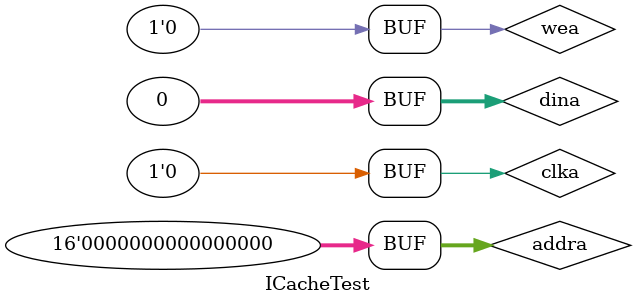
<source format=v>
`timescale 1ns / 1ps


module ICacheTest;

	// Inputs
	reg clka;
	reg [0:0] wea;
	reg [15:0] addra;
	reg [31:0] dina;

	// Outputs
	wire [31:0] douta;

	// Instantiate the Unit Under Test (UUT)
	ICache uut (
		.clka(clka), 
		.wea(wea), 
		.addra(addra), 
		.dina(dina), 
		.douta(douta)
	);

	initial begin
		// Initialize Inputs
		clka = 0;
		wea = 0;
		addra = 0;
		dina = 0;

		// Wait 100 ns for global reset to finish
		#100;
        
		// Add stimulus here

	end
      
endmodule


</source>
